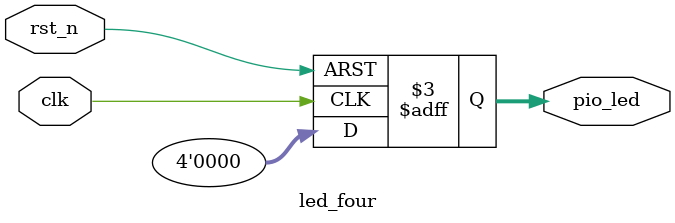
<source format=v>
module led_four(clk, rst_n, pio_led);

	input clk, rst_n;
	
	output reg [3:0] pio_led;

	always @ (posedge clk or negedge rst_n)
	begin
		if (!rst_n)
			begin
				pio_led <= 4'b1111;
			end
		else
			pio_led <= 4'b0000;
	end	

endmodule

</source>
